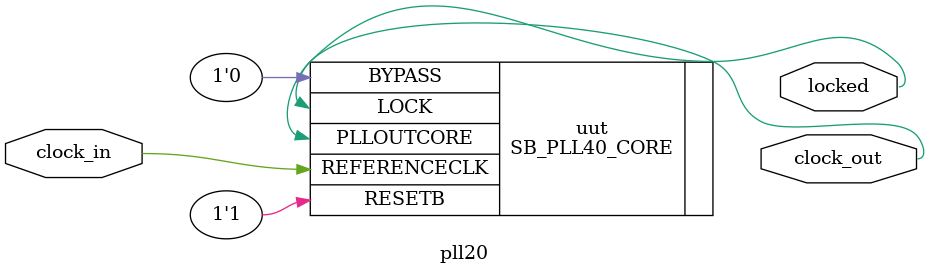
<source format=v>
/**
 * PLL configuration
 *
 * This Verilog module was generated automatically
 * using the icepll tool from the IceStorm project.
 * Use at your own risk.
 *
 * Given input frequency:        25.000 MHz
 * Requested output frequency:   20.000 MHz
 * Achieved output frequency:    19.922 MHz
 */

module pll20(
	input  clock_in,
	output clock_out,
	output locked
	);

SB_PLL40_CORE #(
		.FEEDBACK_PATH("SIMPLE"),
		.DIVR(4'b0001),		// DIVR =  1
		.DIVF(7'b0110010),	// DIVF = 50
		.DIVQ(3'b101),		// DIVQ =  5
		.FILTER_RANGE(3'b001)	// FILTER_RANGE = 1
	) uut (
		.LOCK(locked),
		.RESETB(1'b1),
		.BYPASS(1'b0),
		.REFERENCECLK(clock_in),
		.PLLOUTCORE(clock_out)
		);

endmodule

</source>
